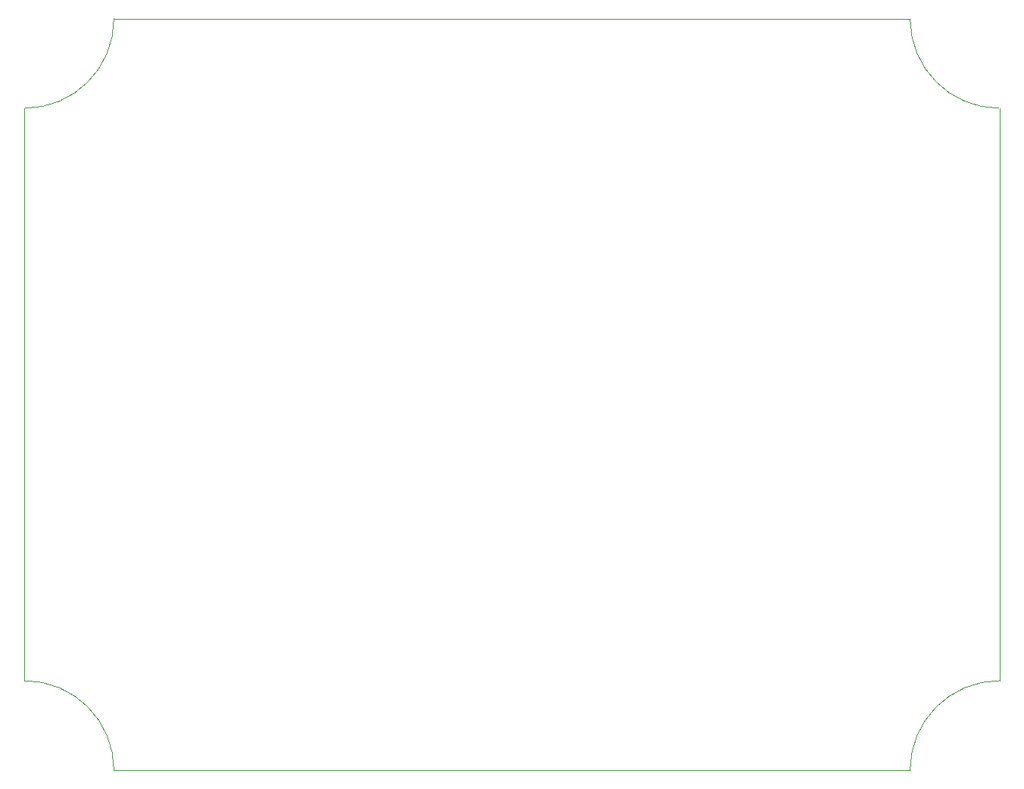
<source format=gbr>
G04 #@! TF.FileFunction,Profile,NP*
%FSLAX46Y46*%
G04 Gerber Fmt 4.6, Leading zero omitted, Abs format (unit mm)*
G04 Created by KiCad (PCBNEW 4.0.2+dfsg1-stable) date Wed 21 Jun 2017 09:22:51 BST*
%MOMM*%
G01*
G04 APERTURE LIST*
%ADD10C,0.100000*%
%ADD11C,0.025000*%
G04 APERTURE END LIST*
D10*
D11*
X112345000Y-58965000D02*
X201345000Y-58965000D01*
X211345000Y-68965000D02*
X211345000Y-132965000D01*
X201345000Y-142965000D02*
X112345000Y-142965000D01*
X102345000Y-132965000D02*
X102345000Y-68965000D01*
X211345000Y-132965000D02*
G75*
G03X201345000Y-142965000I0J-10000000D01*
G01*
X112345000Y-142965000D02*
G75*
G03X102345000Y-132965000I-10000000J0D01*
G01*
X102345000Y-68965000D02*
G75*
G03X112345000Y-58965000I0J10000000D01*
G01*
X201345000Y-58965000D02*
G75*
G03X211345000Y-68965000I10000000J0D01*
G01*
M02*

</source>
